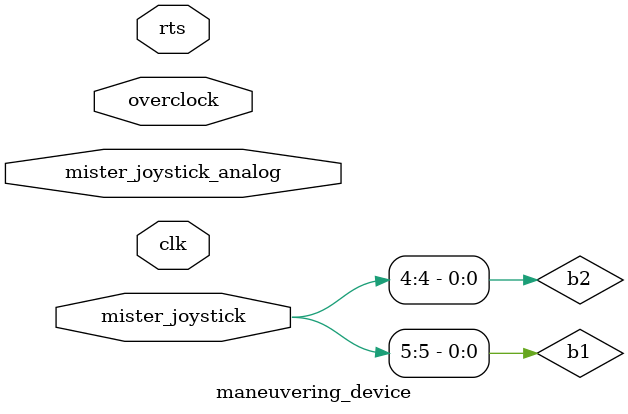
<source format=sv>
module maneuvering_device (
    input clk,
    input wire [15:0] mister_joystick,
    input wire [15:0] mister_joystick_analog,
    input rts,
    input overclock,
    bytestream.source serial_out
);

    // The baud rate of spoon is 1200
    // A serial frame costs 1 start bit, 8 data bits and 1 stop bit
    // In truth according to the documentation these are 7 data bits and 2 stop bits
    // But I know that this is just wrong documentation.
    // 1200 baud is eqivalent to 120 byte/s
    // 30e6 / 120 is 250000
    // For overclocking: 30e6 / 50 Hz video / 3 = 200000
    wire [18:0] kTicksPerByte = overclock ? 200000 : 250000;

    typedef enum bit [1:0] {
        DEVICE_ID,  // Always start with this after RTS is asserted
        BYTE0,  // 1 1 B1 B2 Y7 Y6 X7 X6
        BYTE1,  // 1 0 X5 X4 X3 X2 X1 X0
        BYTE2  // 1 0 Y5 Y4 Y3 Y2 Y1 Y0
    } e_state;

    e_state state;
    bit [18:0] cnt;
    bit [7:0] frame[3];

    bit perform_transmit;

    wire b1 = mister_joystick[5];
    wire b2 = mister_joystick[4];

    bit b1_q, b2_q;

    bit signed [7:0] speed;

    bit signed [7:0] x_analog;
    bit signed [7:0] y_analog;

    bit signed [7:0] x;
    bit signed [7:0] y;

    bit signed [7:0] x_q;
    bit signed [7:0] y_q;
    bit [3:0] accel;

    always_comb begin
        x = 0;
        y = 0;

        // The spoon has a short amount of time where it moves 2 ticks per frame
        // After a while it switches itself to 8 ticks per frame
        // We are overclocking the spoon, changing 8 to 2 and 2 to 1
        if (accel >= 5) begin
            speed = overclock ? 7 : 8;
        end else begin
            speed = overclock ? 2 : 2;
        end

        if (mister_joystick[0]) x = speed;
        if (mister_joystick[2]) y = speed;
        if (mister_joystick[1]) x = -speed;
        if (mister_joystick[3]) y = -speed;

        x_analog = mister_joystick_analog[7:0];
        y_analog = mister_joystick_analog[15:8];
        x_analog = (x_analog + 4) / 8;
        y_analog = (y_analog + 4) / 8;
        if (x_analog != 0) x = x_analog;
        if (y_analog != 0) y = y_analog;

        // Only transmit when buttons have changed or when we are moving the cursor
        // Even so, the speed is not changed, we must transmit permanently.
        perform_transmit = (b1 != b1_q) || (b2 != b2_q) || (x != x_q) || (y != y_q) || (x !=0 ) || (y !=0 );
    end

    always_ff @(posedge clk) begin
        if (serial_out.write) $display("INPUT SERIAL %x", serial_out.data);
    end
    always_ff @(posedge clk) begin
        serial_out.write <= 0;

        if (rts) begin
            state <= DEVICE_ID;
            cnt   <= kTicksPerByte;
        end else if (cnt != 0) begin
            cnt <= cnt - 1;
        end else begin
            cnt <= kTicksPerByte;

            case (state)
                DEVICE_ID: begin
                    serial_out.data <= 8'hCA;
                    state <= BYTE0;
                    serial_out.write <= 1;

                end
                BYTE0: begin
                    if (perform_transmit) begin
                        serial_out.data <= frame[0];
                        state <= BYTE1;
                        serial_out.write <= 1;

                        // store for next comparsion
                        x_q <= x;
                        y_q <= y;
                        b1_q <= b1;
                        b2_q <= b2;
                    end
                end
                BYTE1: begin
                    serial_out.data <= frame[1];
                    state <= BYTE2;
                    serial_out.write <= 1;

                end
                BYTE2: begin
                    serial_out.data <= frame[2];
                    state <= BYTE0;
                    serial_out.write <= 1;

                end
            endcase
        end


        // change whole frame at the same time before transmitting the next
        if (cnt == 10 && state == BYTE0) begin
            frame[0] <= {2'b11, b1, b2, y[7:6], x[7:6]};
            frame[1] <= {2'b10, x[5:0]};
            frame[2] <= {2'b10, y[5:0]};

            if (mister_joystick[3:0] == 0) begin
                accel <= 0;
            end else if (mister_joystick[3:0] != 0 && accel < 7) begin
                accel <= accel + 1;
            end
        end
    end
endmodule


</source>
